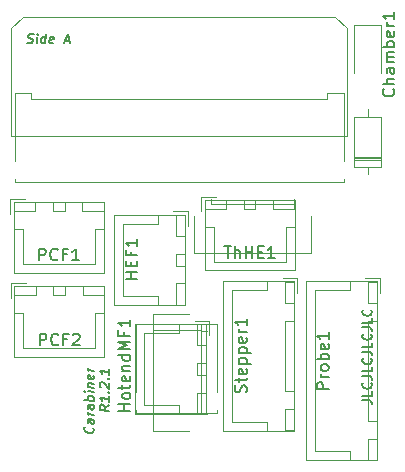
<source format=gbr>
G04 #@! TF.GenerationSoftware,KiCad,Pcbnew,(6.0.7)*
G04 #@! TF.CreationDate,2022-09-29T20:41:47+02:00*
G04 #@! TF.ProjectId,carabiner,63617261-6269-46e6-9572-2e6b69636164,rev?*
G04 #@! TF.SameCoordinates,Original*
G04 #@! TF.FileFunction,Legend,Top*
G04 #@! TF.FilePolarity,Positive*
%FSLAX46Y46*%
G04 Gerber Fmt 4.6, Leading zero omitted, Abs format (unit mm)*
G04 Created by KiCad (PCBNEW (6.0.7)) date 2022-09-29 20:41:47*
%MOMM*%
%LPD*%
G01*
G04 APERTURE LIST*
%ADD10C,0.150000*%
%ADD11C,0.120000*%
G04 APERTURE END LIST*
D10*
X52277595Y-35733809D02*
X52387119Y-35771904D01*
X52577595Y-35771904D01*
X52658547Y-35733809D01*
X52701404Y-35695714D01*
X52749023Y-35619523D01*
X52758547Y-35543333D01*
X52729976Y-35467142D01*
X52696642Y-35429047D01*
X52625214Y-35390952D01*
X52477595Y-35352857D01*
X52406166Y-35314761D01*
X52372833Y-35276666D01*
X52344261Y-35200476D01*
X52353785Y-35124285D01*
X52401404Y-35048095D01*
X52444261Y-35010000D01*
X52525214Y-34971904D01*
X52715690Y-34971904D01*
X52825214Y-35010000D01*
X53072833Y-35771904D02*
X53139500Y-35238571D01*
X53172833Y-34971904D02*
X53129976Y-35010000D01*
X53163309Y-35048095D01*
X53206166Y-35010000D01*
X53172833Y-34971904D01*
X53163309Y-35048095D01*
X53796642Y-35771904D02*
X53896642Y-34971904D01*
X53801404Y-35733809D02*
X53720452Y-35771904D01*
X53568071Y-35771904D01*
X53496642Y-35733809D01*
X53463309Y-35695714D01*
X53434738Y-35619523D01*
X53463309Y-35390952D01*
X53510928Y-35314761D01*
X53553785Y-35276666D01*
X53634738Y-35238571D01*
X53787119Y-35238571D01*
X53858547Y-35276666D01*
X54487119Y-35733809D02*
X54406166Y-35771904D01*
X54253785Y-35771904D01*
X54182357Y-35733809D01*
X54153785Y-35657619D01*
X54191880Y-35352857D01*
X54239500Y-35276666D01*
X54320452Y-35238571D01*
X54472833Y-35238571D01*
X54544261Y-35276666D01*
X54572833Y-35352857D01*
X54563309Y-35429047D01*
X54172833Y-35505238D01*
X55463309Y-35543333D02*
X55844261Y-35543333D01*
X55358547Y-35771904D02*
X55725214Y-34971904D01*
X55891880Y-35771904D01*
X80661904Y-65995238D02*
X81233333Y-65995238D01*
X81347619Y-66033333D01*
X81423809Y-66109523D01*
X81461904Y-66223809D01*
X81461904Y-66300000D01*
X81461904Y-65233333D02*
X81461904Y-65614285D01*
X80661904Y-65614285D01*
X81385714Y-64509523D02*
X81423809Y-64547619D01*
X81461904Y-64661904D01*
X81461904Y-64738095D01*
X81423809Y-64852380D01*
X81347619Y-64928571D01*
X81271428Y-64966666D01*
X81119047Y-65004761D01*
X81004761Y-65004761D01*
X80852380Y-64966666D01*
X80776190Y-64928571D01*
X80700000Y-64852380D01*
X80661904Y-64738095D01*
X80661904Y-64661904D01*
X80700000Y-64547619D01*
X80738095Y-64509523D01*
X80661904Y-63938095D02*
X81233333Y-63938095D01*
X81347619Y-63976190D01*
X81423809Y-64052380D01*
X81461904Y-64166666D01*
X81461904Y-64242857D01*
X81461904Y-63176190D02*
X81461904Y-63557142D01*
X80661904Y-63557142D01*
X81385714Y-62452380D02*
X81423809Y-62490476D01*
X81461904Y-62604761D01*
X81461904Y-62680952D01*
X81423809Y-62795238D01*
X81347619Y-62871428D01*
X81271428Y-62909523D01*
X81119047Y-62947619D01*
X81004761Y-62947619D01*
X80852380Y-62909523D01*
X80776190Y-62871428D01*
X80700000Y-62795238D01*
X80661904Y-62680952D01*
X80661904Y-62604761D01*
X80700000Y-62490476D01*
X80738095Y-62452380D01*
X80661904Y-61880952D02*
X81233333Y-61880952D01*
X81347619Y-61919047D01*
X81423809Y-61995238D01*
X81461904Y-62109523D01*
X81461904Y-62185714D01*
X81461904Y-61119047D02*
X81461904Y-61500000D01*
X80661904Y-61500000D01*
X81385714Y-60395238D02*
X81423809Y-60433333D01*
X81461904Y-60547619D01*
X81461904Y-60623809D01*
X81423809Y-60738095D01*
X81347619Y-60814285D01*
X81271428Y-60852380D01*
X81119047Y-60890476D01*
X81004761Y-60890476D01*
X80852380Y-60852380D01*
X80776190Y-60814285D01*
X80700000Y-60738095D01*
X80661904Y-60623809D01*
X80661904Y-60547619D01*
X80700000Y-60433333D01*
X80738095Y-60395238D01*
X80661904Y-59823809D02*
X81233333Y-59823809D01*
X81347619Y-59861904D01*
X81423809Y-59938095D01*
X81461904Y-60052380D01*
X81461904Y-60128571D01*
X81461904Y-59061904D02*
X81461904Y-59442857D01*
X80661904Y-59442857D01*
X81385714Y-58338095D02*
X81423809Y-58376190D01*
X81461904Y-58490476D01*
X81461904Y-58566666D01*
X81423809Y-58680952D01*
X81347619Y-58757142D01*
X81271428Y-58795238D01*
X81119047Y-58833333D01*
X81004761Y-58833333D01*
X80852380Y-58795238D01*
X80776190Y-58757142D01*
X80700000Y-58680952D01*
X80661904Y-58566666D01*
X80661904Y-58490476D01*
X80700000Y-58376190D01*
X80738095Y-58338095D01*
X57841714Y-68318976D02*
X57879809Y-68361833D01*
X57917904Y-68480880D01*
X57917904Y-68557071D01*
X57879809Y-68666595D01*
X57803619Y-68733261D01*
X57727428Y-68761833D01*
X57575047Y-68780880D01*
X57460761Y-68766595D01*
X57308380Y-68709452D01*
X57232190Y-68661833D01*
X57156000Y-68576119D01*
X57117904Y-68457071D01*
X57117904Y-68380880D01*
X57156000Y-68271357D01*
X57194095Y-68238023D01*
X57917904Y-67642785D02*
X57498857Y-67590404D01*
X57422666Y-67618976D01*
X57384571Y-67690404D01*
X57384571Y-67842785D01*
X57422666Y-67923738D01*
X57879809Y-67638023D02*
X57917904Y-67718976D01*
X57917904Y-67909452D01*
X57879809Y-67980880D01*
X57803619Y-68009452D01*
X57727428Y-67999928D01*
X57651238Y-67952309D01*
X57613142Y-67871357D01*
X57613142Y-67680880D01*
X57575047Y-67599928D01*
X57917904Y-67261833D02*
X57384571Y-67195166D01*
X57536952Y-67214214D02*
X57460761Y-67166595D01*
X57422666Y-67123738D01*
X57384571Y-67042785D01*
X57384571Y-66966595D01*
X57917904Y-66423738D02*
X57498857Y-66371357D01*
X57422666Y-66399928D01*
X57384571Y-66471357D01*
X57384571Y-66623738D01*
X57422666Y-66704690D01*
X57879809Y-66418976D02*
X57917904Y-66499928D01*
X57917904Y-66690404D01*
X57879809Y-66761833D01*
X57803619Y-66790404D01*
X57727428Y-66780880D01*
X57651238Y-66733261D01*
X57613142Y-66652309D01*
X57613142Y-66461833D01*
X57575047Y-66380880D01*
X57917904Y-66042785D02*
X57117904Y-65942785D01*
X57422666Y-65980880D02*
X57384571Y-65899928D01*
X57384571Y-65747547D01*
X57422666Y-65676119D01*
X57460761Y-65642785D01*
X57536952Y-65614214D01*
X57765523Y-65642785D01*
X57841714Y-65690404D01*
X57879809Y-65733261D01*
X57917904Y-65814214D01*
X57917904Y-65966595D01*
X57879809Y-66038023D01*
X57917904Y-65318976D02*
X57384571Y-65252309D01*
X57117904Y-65218976D02*
X57156000Y-65261833D01*
X57194095Y-65228500D01*
X57156000Y-65185642D01*
X57117904Y-65218976D01*
X57194095Y-65228500D01*
X57384571Y-64871357D02*
X57917904Y-64938023D01*
X57460761Y-64880880D02*
X57422666Y-64838023D01*
X57384571Y-64757071D01*
X57384571Y-64642785D01*
X57422666Y-64571357D01*
X57498857Y-64542785D01*
X57917904Y-64595166D01*
X57879809Y-63904690D02*
X57917904Y-63985642D01*
X57917904Y-64138023D01*
X57879809Y-64209452D01*
X57803619Y-64238023D01*
X57498857Y-64199928D01*
X57422666Y-64152309D01*
X57384571Y-64071357D01*
X57384571Y-63918976D01*
X57422666Y-63847547D01*
X57498857Y-63818976D01*
X57575047Y-63828500D01*
X57651238Y-64218976D01*
X57917904Y-63528500D02*
X57384571Y-63461833D01*
X57536952Y-63480880D02*
X57460761Y-63433261D01*
X57422666Y-63390404D01*
X57384571Y-63309452D01*
X57384571Y-63233261D01*
X59205904Y-66423738D02*
X58824952Y-66642785D01*
X59205904Y-66880880D02*
X58405904Y-66780880D01*
X58405904Y-66476119D01*
X58444000Y-66404690D01*
X58482095Y-66371357D01*
X58558285Y-66342785D01*
X58672571Y-66357071D01*
X58748761Y-66404690D01*
X58786857Y-66447547D01*
X58824952Y-66528500D01*
X58824952Y-66833261D01*
X59205904Y-65661833D02*
X59205904Y-66118976D01*
X59205904Y-65890404D02*
X58405904Y-65790404D01*
X58520190Y-65880880D01*
X58596380Y-65966595D01*
X58634476Y-66047547D01*
X59129714Y-65309452D02*
X59167809Y-65276119D01*
X59205904Y-65318976D01*
X59167809Y-65352309D01*
X59129714Y-65309452D01*
X59205904Y-65318976D01*
X58482095Y-64885642D02*
X58444000Y-64842785D01*
X58405904Y-64761833D01*
X58405904Y-64571357D01*
X58444000Y-64499928D01*
X58482095Y-64466595D01*
X58558285Y-64438023D01*
X58634476Y-64447547D01*
X58748761Y-64499928D01*
X59205904Y-65014214D01*
X59205904Y-64518976D01*
X59129714Y-64166595D02*
X59167809Y-64133261D01*
X59205904Y-64176119D01*
X59167809Y-64209452D01*
X59129714Y-64166595D01*
X59205904Y-64176119D01*
X59205904Y-63376119D02*
X59205904Y-63833261D01*
X59205904Y-63604690D02*
X58405904Y-63504690D01*
X58520190Y-63595166D01*
X58596380Y-63680880D01*
X58634476Y-63761833D01*
X61002380Y-66883333D02*
X60002380Y-66883333D01*
X60478571Y-66883333D02*
X60478571Y-66311904D01*
X61002380Y-66311904D02*
X60002380Y-66311904D01*
X61002380Y-65692857D02*
X60954761Y-65788095D01*
X60907142Y-65835714D01*
X60811904Y-65883333D01*
X60526190Y-65883333D01*
X60430952Y-65835714D01*
X60383333Y-65788095D01*
X60335714Y-65692857D01*
X60335714Y-65549999D01*
X60383333Y-65454761D01*
X60430952Y-65407142D01*
X60526190Y-65359523D01*
X60811904Y-65359523D01*
X60907142Y-65407142D01*
X60954761Y-65454761D01*
X61002380Y-65549999D01*
X61002380Y-65692857D01*
X60335714Y-65073809D02*
X60335714Y-64692857D01*
X60002380Y-64930952D02*
X60859523Y-64930952D01*
X60954761Y-64883333D01*
X61002380Y-64788095D01*
X61002380Y-64692857D01*
X60954761Y-63978571D02*
X61002380Y-64073809D01*
X61002380Y-64264285D01*
X60954761Y-64359523D01*
X60859523Y-64407142D01*
X60478571Y-64407142D01*
X60383333Y-64359523D01*
X60335714Y-64264285D01*
X60335714Y-64073809D01*
X60383333Y-63978571D01*
X60478571Y-63930952D01*
X60573809Y-63930952D01*
X60669047Y-64407142D01*
X60335714Y-63502380D02*
X61002380Y-63502380D01*
X60430952Y-63502380D02*
X60383333Y-63454761D01*
X60335714Y-63359523D01*
X60335714Y-63216666D01*
X60383333Y-63121428D01*
X60478571Y-63073809D01*
X61002380Y-63073809D01*
X61002380Y-62169047D02*
X60002380Y-62169047D01*
X60954761Y-62169047D02*
X61002380Y-62264285D01*
X61002380Y-62454761D01*
X60954761Y-62550000D01*
X60907142Y-62597619D01*
X60811904Y-62645238D01*
X60526190Y-62645238D01*
X60430952Y-62597619D01*
X60383333Y-62550000D01*
X60335714Y-62454761D01*
X60335714Y-62264285D01*
X60383333Y-62169047D01*
X61002380Y-61692857D02*
X60002380Y-61692857D01*
X60716666Y-61359523D01*
X60002380Y-61026190D01*
X61002380Y-61026190D01*
X60478571Y-60216666D02*
X60478571Y-60550000D01*
X61002380Y-60550000D02*
X60002380Y-60550000D01*
X60002380Y-60073809D01*
X61002380Y-59169047D02*
X61002380Y-59740476D01*
X61002380Y-59454761D02*
X60002380Y-59454761D01*
X60145238Y-59550000D01*
X60240476Y-59645238D01*
X60288095Y-59740476D01*
X61602380Y-55692857D02*
X60602380Y-55692857D01*
X61078571Y-55692857D02*
X61078571Y-55121428D01*
X61602380Y-55121428D02*
X60602380Y-55121428D01*
X61078571Y-54645238D02*
X61078571Y-54311904D01*
X61602380Y-54169047D02*
X61602380Y-54645238D01*
X60602380Y-54645238D01*
X60602380Y-54169047D01*
X61078571Y-53407142D02*
X61078571Y-53740476D01*
X61602380Y-53740476D02*
X60602380Y-53740476D01*
X60602380Y-53264285D01*
X61602380Y-52359523D02*
X61602380Y-52930952D01*
X61602380Y-52645238D02*
X60602380Y-52645238D01*
X60745238Y-52740476D01*
X60840476Y-52835714D01*
X60888095Y-52930952D01*
X53283333Y-54152380D02*
X53283333Y-53152380D01*
X53664285Y-53152380D01*
X53759523Y-53200000D01*
X53807142Y-53247619D01*
X53854761Y-53342857D01*
X53854761Y-53485714D01*
X53807142Y-53580952D01*
X53759523Y-53628571D01*
X53664285Y-53676190D01*
X53283333Y-53676190D01*
X54854761Y-54057142D02*
X54807142Y-54104761D01*
X54664285Y-54152380D01*
X54569047Y-54152380D01*
X54426190Y-54104761D01*
X54330952Y-54009523D01*
X54283333Y-53914285D01*
X54235714Y-53723809D01*
X54235714Y-53580952D01*
X54283333Y-53390476D01*
X54330952Y-53295238D01*
X54426190Y-53200000D01*
X54569047Y-53152380D01*
X54664285Y-53152380D01*
X54807142Y-53200000D01*
X54854761Y-53247619D01*
X55616666Y-53628571D02*
X55283333Y-53628571D01*
X55283333Y-54152380D02*
X55283333Y-53152380D01*
X55759523Y-53152380D01*
X56664285Y-54152380D02*
X56092857Y-54152380D01*
X56378571Y-54152380D02*
X56378571Y-53152380D01*
X56283333Y-53295238D01*
X56188095Y-53390476D01*
X56092857Y-53438095D01*
X53333333Y-61352380D02*
X53333333Y-60352380D01*
X53714285Y-60352380D01*
X53809523Y-60400000D01*
X53857142Y-60447619D01*
X53904761Y-60542857D01*
X53904761Y-60685714D01*
X53857142Y-60780952D01*
X53809523Y-60828571D01*
X53714285Y-60876190D01*
X53333333Y-60876190D01*
X54904761Y-61257142D02*
X54857142Y-61304761D01*
X54714285Y-61352380D01*
X54619047Y-61352380D01*
X54476190Y-61304761D01*
X54380952Y-61209523D01*
X54333333Y-61114285D01*
X54285714Y-60923809D01*
X54285714Y-60780952D01*
X54333333Y-60590476D01*
X54380952Y-60495238D01*
X54476190Y-60400000D01*
X54619047Y-60352380D01*
X54714285Y-60352380D01*
X54857142Y-60400000D01*
X54904761Y-60447619D01*
X55666666Y-60828571D02*
X55333333Y-60828571D01*
X55333333Y-61352380D02*
X55333333Y-60352380D01*
X55809523Y-60352380D01*
X56142857Y-60447619D02*
X56190476Y-60400000D01*
X56285714Y-60352380D01*
X56523809Y-60352380D01*
X56619047Y-60400000D01*
X56666666Y-60447619D01*
X56714285Y-60542857D01*
X56714285Y-60638095D01*
X56666666Y-60780952D01*
X56095238Y-61352380D01*
X56714285Y-61352380D01*
X77792380Y-65060952D02*
X76792380Y-65060952D01*
X76792380Y-64680000D01*
X76840000Y-64584761D01*
X76887619Y-64537142D01*
X76982857Y-64489523D01*
X77125714Y-64489523D01*
X77220952Y-64537142D01*
X77268571Y-64584761D01*
X77316190Y-64680000D01*
X77316190Y-65060952D01*
X77792380Y-64060952D02*
X77125714Y-64060952D01*
X77316190Y-64060952D02*
X77220952Y-64013333D01*
X77173333Y-63965714D01*
X77125714Y-63870476D01*
X77125714Y-63775238D01*
X77792380Y-63299047D02*
X77744761Y-63394285D01*
X77697142Y-63441904D01*
X77601904Y-63489523D01*
X77316190Y-63489523D01*
X77220952Y-63441904D01*
X77173333Y-63394285D01*
X77125714Y-63299047D01*
X77125714Y-63156190D01*
X77173333Y-63060952D01*
X77220952Y-63013333D01*
X77316190Y-62965714D01*
X77601904Y-62965714D01*
X77697142Y-63013333D01*
X77744761Y-63060952D01*
X77792380Y-63156190D01*
X77792380Y-63299047D01*
X77792380Y-62537142D02*
X76792380Y-62537142D01*
X77173333Y-62537142D02*
X77125714Y-62441904D01*
X77125714Y-62251428D01*
X77173333Y-62156190D01*
X77220952Y-62108571D01*
X77316190Y-62060952D01*
X77601904Y-62060952D01*
X77697142Y-62108571D01*
X77744761Y-62156190D01*
X77792380Y-62251428D01*
X77792380Y-62441904D01*
X77744761Y-62537142D01*
X77744761Y-61251428D02*
X77792380Y-61346666D01*
X77792380Y-61537142D01*
X77744761Y-61632380D01*
X77649523Y-61680000D01*
X77268571Y-61680000D01*
X77173333Y-61632380D01*
X77125714Y-61537142D01*
X77125714Y-61346666D01*
X77173333Y-61251428D01*
X77268571Y-61203809D01*
X77363809Y-61203809D01*
X77459047Y-61680000D01*
X77792380Y-60251428D02*
X77792380Y-60822857D01*
X77792380Y-60537142D02*
X76792380Y-60537142D01*
X76935238Y-60632380D01*
X77030476Y-60727619D01*
X77078095Y-60822857D01*
X70804761Y-65319047D02*
X70852380Y-65176190D01*
X70852380Y-64938095D01*
X70804761Y-64842857D01*
X70757142Y-64795238D01*
X70661904Y-64747619D01*
X70566666Y-64747619D01*
X70471428Y-64795238D01*
X70423809Y-64842857D01*
X70376190Y-64938095D01*
X70328571Y-65128571D01*
X70280952Y-65223809D01*
X70233333Y-65271428D01*
X70138095Y-65319047D01*
X70042857Y-65319047D01*
X69947619Y-65271428D01*
X69900000Y-65223809D01*
X69852380Y-65128571D01*
X69852380Y-64890476D01*
X69900000Y-64747619D01*
X70185714Y-64461904D02*
X70185714Y-64080952D01*
X69852380Y-64319047D02*
X70709523Y-64319047D01*
X70804761Y-64271428D01*
X70852380Y-64176190D01*
X70852380Y-64080952D01*
X70804761Y-63366666D02*
X70852380Y-63461904D01*
X70852380Y-63652380D01*
X70804761Y-63747619D01*
X70709523Y-63795238D01*
X70328571Y-63795238D01*
X70233333Y-63747619D01*
X70185714Y-63652380D01*
X70185714Y-63461904D01*
X70233333Y-63366666D01*
X70328571Y-63319047D01*
X70423809Y-63319047D01*
X70519047Y-63795238D01*
X70185714Y-62890476D02*
X71185714Y-62890476D01*
X70233333Y-62890476D02*
X70185714Y-62795238D01*
X70185714Y-62604761D01*
X70233333Y-62509523D01*
X70280952Y-62461904D01*
X70376190Y-62414285D01*
X70661904Y-62414285D01*
X70757142Y-62461904D01*
X70804761Y-62509523D01*
X70852380Y-62604761D01*
X70852380Y-62795238D01*
X70804761Y-62890476D01*
X70185714Y-61985714D02*
X71185714Y-61985714D01*
X70233333Y-61985714D02*
X70185714Y-61890476D01*
X70185714Y-61700000D01*
X70233333Y-61604761D01*
X70280952Y-61557142D01*
X70376190Y-61509523D01*
X70661904Y-61509523D01*
X70757142Y-61557142D01*
X70804761Y-61604761D01*
X70852380Y-61700000D01*
X70852380Y-61890476D01*
X70804761Y-61985714D01*
X70804761Y-60700000D02*
X70852380Y-60795238D01*
X70852380Y-60985714D01*
X70804761Y-61080952D01*
X70709523Y-61128571D01*
X70328571Y-61128571D01*
X70233333Y-61080952D01*
X70185714Y-60985714D01*
X70185714Y-60795238D01*
X70233333Y-60700000D01*
X70328571Y-60652380D01*
X70423809Y-60652380D01*
X70519047Y-61128571D01*
X70852380Y-60223809D02*
X70185714Y-60223809D01*
X70376190Y-60223809D02*
X70280952Y-60176190D01*
X70233333Y-60128571D01*
X70185714Y-60033333D01*
X70185714Y-59938095D01*
X70852380Y-59080952D02*
X70852380Y-59652380D01*
X70852380Y-59366666D02*
X69852380Y-59366666D01*
X69995238Y-59461904D01*
X70090476Y-59557142D01*
X70138095Y-59652380D01*
X68959523Y-52952380D02*
X69530952Y-52952380D01*
X69245238Y-53952380D02*
X69245238Y-52952380D01*
X69864285Y-53952380D02*
X69864285Y-52952380D01*
X70292857Y-53952380D02*
X70292857Y-53428571D01*
X70245238Y-53333333D01*
X70150000Y-53285714D01*
X70007142Y-53285714D01*
X69911904Y-53333333D01*
X69864285Y-53380952D01*
X70769047Y-53952380D02*
X70769047Y-52952380D01*
X70769047Y-53428571D02*
X71340476Y-53428571D01*
X71340476Y-53952380D02*
X71340476Y-52952380D01*
X71816666Y-53428571D02*
X72150000Y-53428571D01*
X72292857Y-53952380D02*
X71816666Y-53952380D01*
X71816666Y-52952380D01*
X72292857Y-52952380D01*
X73245238Y-53952380D02*
X72673809Y-53952380D01*
X72959523Y-53952380D02*
X72959523Y-52952380D01*
X72864285Y-53095238D01*
X72769047Y-53190476D01*
X72673809Y-53238095D01*
X83277142Y-39628571D02*
X83324761Y-39676190D01*
X83372380Y-39819047D01*
X83372380Y-39914285D01*
X83324761Y-40057142D01*
X83229523Y-40152380D01*
X83134285Y-40200000D01*
X82943809Y-40247619D01*
X82800952Y-40247619D01*
X82610476Y-40200000D01*
X82515238Y-40152380D01*
X82420000Y-40057142D01*
X82372380Y-39914285D01*
X82372380Y-39819047D01*
X82420000Y-39676190D01*
X82467619Y-39628571D01*
X83372380Y-39200000D02*
X82372380Y-39200000D01*
X83372380Y-38771428D02*
X82848571Y-38771428D01*
X82753333Y-38819047D01*
X82705714Y-38914285D01*
X82705714Y-39057142D01*
X82753333Y-39152380D01*
X82800952Y-39200000D01*
X83372380Y-37866666D02*
X82848571Y-37866666D01*
X82753333Y-37914285D01*
X82705714Y-38009523D01*
X82705714Y-38200000D01*
X82753333Y-38295238D01*
X83324761Y-37866666D02*
X83372380Y-37961904D01*
X83372380Y-38200000D01*
X83324761Y-38295238D01*
X83229523Y-38342857D01*
X83134285Y-38342857D01*
X83039047Y-38295238D01*
X82991428Y-38200000D01*
X82991428Y-37961904D01*
X82943809Y-37866666D01*
X83372380Y-37390476D02*
X82705714Y-37390476D01*
X82800952Y-37390476D02*
X82753333Y-37342857D01*
X82705714Y-37247619D01*
X82705714Y-37104761D01*
X82753333Y-37009523D01*
X82848571Y-36961904D01*
X83372380Y-36961904D01*
X82848571Y-36961904D02*
X82753333Y-36914285D01*
X82705714Y-36819047D01*
X82705714Y-36676190D01*
X82753333Y-36580952D01*
X82848571Y-36533333D01*
X83372380Y-36533333D01*
X83372380Y-36057142D02*
X82372380Y-36057142D01*
X82753333Y-36057142D02*
X82705714Y-35961904D01*
X82705714Y-35771428D01*
X82753333Y-35676190D01*
X82800952Y-35628571D01*
X82896190Y-35580952D01*
X83181904Y-35580952D01*
X83277142Y-35628571D01*
X83324761Y-35676190D01*
X83372380Y-35771428D01*
X83372380Y-35961904D01*
X83324761Y-36057142D01*
X83324761Y-34771428D02*
X83372380Y-34866666D01*
X83372380Y-35057142D01*
X83324761Y-35152380D01*
X83229523Y-35200000D01*
X82848571Y-35200000D01*
X82753333Y-35152380D01*
X82705714Y-35057142D01*
X82705714Y-34866666D01*
X82753333Y-34771428D01*
X82848571Y-34723809D01*
X82943809Y-34723809D01*
X83039047Y-35200000D01*
X83372380Y-34295238D02*
X82705714Y-34295238D01*
X82896190Y-34295238D02*
X82800952Y-34247619D01*
X82753333Y-34200000D01*
X82705714Y-34104761D01*
X82705714Y-34009523D01*
X83372380Y-33152380D02*
X83372380Y-33723809D01*
X83372380Y-33438095D02*
X82372380Y-33438095D01*
X82515238Y-33533333D01*
X82610476Y-33628571D01*
X82658095Y-33723809D01*
D11*
X79980000Y-45510000D02*
X82220000Y-45510000D01*
X79980000Y-41990000D02*
X79980000Y-46230000D01*
X81100000Y-41340000D02*
X81100000Y-41990000D01*
X79980000Y-45390000D02*
X82220000Y-45390000D01*
X79980000Y-45630000D02*
X82220000Y-45630000D01*
X79980000Y-46230000D02*
X82220000Y-46230000D01*
X82220000Y-46230000D02*
X82220000Y-41990000D01*
X81100000Y-46880000D02*
X81100000Y-46230000D01*
X82220000Y-41990000D02*
X79980000Y-41990000D01*
X66015000Y-58715000D02*
X62940000Y-58715000D01*
X62940000Y-58715000D02*
X62940000Y-68585000D01*
X67030000Y-67165000D02*
X67530000Y-67165000D01*
X62940000Y-68585000D02*
X66015000Y-68585000D01*
X67530000Y-60135000D02*
X67030000Y-60135000D01*
X67530000Y-67165000D02*
X67530000Y-67145000D01*
X67030000Y-60135000D02*
X67030000Y-67165000D01*
X67530000Y-60155000D02*
X67530000Y-60135000D01*
X64850000Y-50300000D02*
X64850000Y-52100000D01*
X64850000Y-54600000D02*
X65600000Y-54600000D01*
X63350000Y-50300000D02*
X63350000Y-51050000D01*
X65610000Y-57910000D02*
X65610000Y-50290000D01*
X65610000Y-50290000D02*
X59640000Y-50290000D01*
X59640000Y-50290000D02*
X59640000Y-57910000D01*
X60400000Y-51050000D02*
X60400000Y-54100000D01*
X64850000Y-53600000D02*
X64850000Y-54600000D01*
X65600000Y-54600000D02*
X65600000Y-53600000D01*
X65600000Y-56100000D02*
X64850000Y-56100000D01*
X63350000Y-57150000D02*
X60400000Y-57150000D01*
X65600000Y-52100000D02*
X65600000Y-50300000D01*
X63350000Y-51050000D02*
X60400000Y-51050000D01*
X64850000Y-57900000D02*
X65600000Y-57900000D01*
X60400000Y-57150000D02*
X60400000Y-54100000D01*
X59640000Y-57910000D02*
X65610000Y-57910000D01*
X65600000Y-53600000D02*
X64850000Y-53600000D01*
X64850000Y-56100000D02*
X64850000Y-57900000D01*
X65600000Y-57900000D02*
X65600000Y-56100000D01*
X65600000Y-50300000D02*
X64850000Y-50300000D01*
X63350000Y-57900000D02*
X63350000Y-57150000D01*
X64850000Y-52100000D02*
X65600000Y-52100000D01*
X65900000Y-51250000D02*
X65900000Y-50000000D01*
X65900000Y-50000000D02*
X64650000Y-50000000D01*
X79315000Y-43650000D02*
X50945000Y-43650000D01*
X51945000Y-33520000D02*
X78315000Y-33520000D01*
X78315000Y-33520000D02*
X79315000Y-34520000D01*
X79315000Y-34520000D02*
X79315000Y-43650000D01*
X50945000Y-34520000D02*
X51945000Y-33520000D01*
X50945000Y-43650000D02*
X50945000Y-34520000D01*
X58760000Y-55210000D02*
X58760000Y-49240000D01*
X51150000Y-51500000D02*
X51900000Y-51500000D01*
X51900000Y-51500000D02*
X51900000Y-54450000D01*
X52950000Y-49250000D02*
X51150000Y-49250000D01*
X56950000Y-49250000D02*
X56950000Y-50000000D01*
X55450000Y-50000000D02*
X55450000Y-49250000D01*
X52950000Y-50000000D02*
X52950000Y-49250000D01*
X58760000Y-49240000D02*
X51140000Y-49240000D01*
X51150000Y-49250000D02*
X51150000Y-50000000D01*
X51900000Y-54450000D02*
X54950000Y-54450000D01*
X58750000Y-50000000D02*
X58750000Y-49250000D01*
X56950000Y-50000000D02*
X58750000Y-50000000D01*
X58000000Y-51500000D02*
X58000000Y-54450000D01*
X54450000Y-50000000D02*
X55450000Y-50000000D01*
X55450000Y-49250000D02*
X54450000Y-49250000D01*
X51140000Y-49240000D02*
X51140000Y-55210000D01*
X51150000Y-50000000D02*
X52950000Y-50000000D01*
X51140000Y-55210000D02*
X58760000Y-55210000D01*
X52100000Y-48950000D02*
X50850000Y-48950000D01*
X58750000Y-49250000D02*
X56950000Y-49250000D01*
X54450000Y-49250000D02*
X54450000Y-50000000D01*
X50850000Y-48950000D02*
X50850000Y-50200000D01*
X58000000Y-54450000D02*
X54950000Y-54450000D01*
X58750000Y-51500000D02*
X58000000Y-51500000D01*
X58800000Y-57100000D02*
X58800000Y-56350000D01*
X53000000Y-56350000D02*
X51200000Y-56350000D01*
X51950000Y-58600000D02*
X51950000Y-61550000D01*
X53000000Y-57100000D02*
X53000000Y-56350000D01*
X55500000Y-57100000D02*
X55500000Y-56350000D01*
X58810000Y-56340000D02*
X51190000Y-56340000D01*
X58800000Y-56350000D02*
X57000000Y-56350000D01*
X51190000Y-62310000D02*
X58810000Y-62310000D01*
X54500000Y-57100000D02*
X55500000Y-57100000D01*
X54500000Y-56350000D02*
X54500000Y-57100000D01*
X58800000Y-58600000D02*
X58050000Y-58600000D01*
X51200000Y-58600000D02*
X51950000Y-58600000D01*
X55500000Y-56350000D02*
X54500000Y-56350000D01*
X52150000Y-56050000D02*
X50900000Y-56050000D01*
X50900000Y-56050000D02*
X50900000Y-57300000D01*
X58050000Y-58600000D02*
X58050000Y-61550000D01*
X51950000Y-61550000D02*
X55000000Y-61550000D01*
X57000000Y-57100000D02*
X58800000Y-57100000D01*
X51200000Y-56350000D02*
X51200000Y-57100000D01*
X58810000Y-62310000D02*
X58810000Y-56340000D01*
X51200000Y-57100000D02*
X53000000Y-57100000D01*
X57000000Y-56350000D02*
X57000000Y-57100000D01*
X51190000Y-56340000D02*
X51190000Y-62310000D01*
X58050000Y-61550000D02*
X55000000Y-61550000D01*
X82150000Y-55650000D02*
X80900000Y-55650000D01*
X75890000Y-55940000D02*
X75890000Y-71060000D01*
X81100000Y-71050000D02*
X81850000Y-71050000D01*
X81860000Y-71060000D02*
X81860000Y-55940000D01*
X81850000Y-67750000D02*
X81850000Y-59250000D01*
X81100000Y-67750000D02*
X81850000Y-67750000D01*
X81100000Y-57750000D02*
X81850000Y-57750000D01*
X81100000Y-69250000D02*
X81100000Y-71050000D01*
X81850000Y-57750000D02*
X81850000Y-55950000D01*
X81850000Y-59250000D02*
X81100000Y-59250000D01*
X81850000Y-55950000D02*
X81100000Y-55950000D01*
X79600000Y-56700000D02*
X76650000Y-56700000D01*
X81100000Y-59250000D02*
X81100000Y-67750000D01*
X76650000Y-56700000D02*
X76650000Y-63500000D01*
X79600000Y-71050000D02*
X79600000Y-70300000D01*
X81850000Y-71050000D02*
X81850000Y-69250000D01*
X79600000Y-55950000D02*
X79600000Y-56700000D01*
X81860000Y-55940000D02*
X75890000Y-55940000D01*
X82150000Y-56900000D02*
X82150000Y-55650000D01*
X76650000Y-70300000D02*
X76650000Y-63500000D01*
X79600000Y-70300000D02*
X76650000Y-70300000D01*
X81850000Y-69250000D02*
X81100000Y-69250000D01*
X75890000Y-71060000D02*
X81860000Y-71060000D01*
X81100000Y-55950000D02*
X81100000Y-57750000D01*
X72600000Y-67800000D02*
X69650000Y-67800000D01*
X74860000Y-68560000D02*
X74860000Y-55940000D01*
X69650000Y-56700000D02*
X69650000Y-62250000D01*
X74100000Y-65250000D02*
X74850000Y-65250000D01*
X74850000Y-65250000D02*
X74850000Y-59250000D01*
X75150000Y-55650000D02*
X73900000Y-55650000D01*
X74100000Y-59250000D02*
X74100000Y-65250000D01*
X75150000Y-56900000D02*
X75150000Y-55650000D01*
X74850000Y-66750000D02*
X74100000Y-66750000D01*
X74100000Y-55950000D02*
X74100000Y-57750000D01*
X74850000Y-59250000D02*
X74100000Y-59250000D01*
X69650000Y-67800000D02*
X69650000Y-62250000D01*
X72600000Y-55950000D02*
X72600000Y-56700000D01*
X68890000Y-68560000D02*
X74860000Y-68560000D01*
X72600000Y-68550000D02*
X72600000Y-67800000D01*
X74850000Y-55950000D02*
X74100000Y-55950000D01*
X74860000Y-55940000D02*
X68890000Y-55940000D01*
X74850000Y-68550000D02*
X74850000Y-66750000D01*
X74100000Y-66750000D02*
X74100000Y-68550000D01*
X74850000Y-57750000D02*
X74850000Y-55950000D01*
X74100000Y-57750000D02*
X74850000Y-57750000D01*
X74100000Y-68550000D02*
X74850000Y-68550000D01*
X68890000Y-55940000D02*
X68890000Y-68560000D01*
X72600000Y-56700000D02*
X69650000Y-56700000D01*
X68050000Y-51300000D02*
X68050000Y-54250000D01*
X67300000Y-49050000D02*
X67300000Y-49800000D01*
X68050000Y-54250000D02*
X71100000Y-54250000D01*
X67300000Y-51300000D02*
X68050000Y-51300000D01*
X67290000Y-55010000D02*
X74910000Y-55010000D01*
X73100000Y-49050000D02*
X73100000Y-49800000D01*
X74910000Y-49040000D02*
X67290000Y-49040000D01*
X74150000Y-51300000D02*
X74150000Y-54250000D01*
X73100000Y-49800000D02*
X74900000Y-49800000D01*
X70600000Y-49050000D02*
X70600000Y-49800000D01*
X67290000Y-49040000D02*
X67290000Y-55010000D01*
X70600000Y-49800000D02*
X71600000Y-49800000D01*
X74910000Y-55010000D02*
X74910000Y-49040000D01*
X67000000Y-48750000D02*
X67000000Y-50000000D01*
X67300000Y-49800000D02*
X69100000Y-49800000D01*
X74900000Y-49050000D02*
X73100000Y-49050000D01*
X68250000Y-48750000D02*
X67000000Y-48750000D01*
X71600000Y-49050000D02*
X70600000Y-49050000D01*
X69100000Y-49800000D02*
X69100000Y-49050000D01*
X74900000Y-49800000D02*
X74900000Y-49050000D01*
X71600000Y-49800000D02*
X71600000Y-49050000D01*
X69100000Y-49050000D02*
X67300000Y-49050000D01*
X74150000Y-54250000D02*
X71100000Y-54250000D01*
X74900000Y-51300000D02*
X74150000Y-51300000D01*
X82235000Y-34240000D02*
X79965000Y-34240000D01*
X82235000Y-38300000D02*
X82235000Y-34240000D01*
X79965000Y-34240000D02*
X79965000Y-38300000D01*
X62200000Y-66400000D02*
X62200000Y-63350000D01*
X67700000Y-59250000D02*
X66450000Y-59250000D01*
X67400000Y-67150000D02*
X67400000Y-65350000D01*
X66650000Y-62850000D02*
X66650000Y-63850000D01*
X62200000Y-60300000D02*
X62200000Y-63350000D01*
X67410000Y-67160000D02*
X67410000Y-59540000D01*
X65150000Y-59550000D02*
X65150000Y-60300000D01*
X67400000Y-59550000D02*
X66650000Y-59550000D01*
X61440000Y-59540000D02*
X61440000Y-67160000D01*
X66650000Y-63850000D02*
X67400000Y-63850000D01*
X67400000Y-65350000D02*
X66650000Y-65350000D01*
X65150000Y-66400000D02*
X62200000Y-66400000D01*
X66650000Y-65350000D02*
X66650000Y-67150000D01*
X67700000Y-60500000D02*
X67700000Y-59250000D01*
X66650000Y-59550000D02*
X66650000Y-61350000D01*
X65150000Y-60300000D02*
X62200000Y-60300000D01*
X67400000Y-62850000D02*
X66650000Y-62850000D01*
X66650000Y-67150000D02*
X67400000Y-67150000D01*
X61440000Y-67160000D02*
X67410000Y-67160000D01*
X67400000Y-63850000D02*
X67400000Y-62850000D01*
X66650000Y-61350000D02*
X67400000Y-61350000D01*
X67400000Y-61350000D02*
X67400000Y-59550000D01*
X67410000Y-59540000D02*
X61440000Y-59540000D01*
X65150000Y-67150000D02*
X65150000Y-66400000D01*
X51215000Y-39970000D02*
X52635000Y-39970000D01*
X77665000Y-39970000D02*
X79085000Y-39970000D01*
X51215000Y-45730000D02*
X51215000Y-39970000D01*
X52635000Y-39970000D02*
X52635000Y-40470000D01*
X51215000Y-47250000D02*
X51215000Y-47560000D01*
X52635000Y-40470000D02*
X77665000Y-40470000D01*
X51215000Y-47560000D02*
X79085000Y-47560000D01*
X79085000Y-39970000D02*
X79085000Y-45730000D01*
X79085000Y-47560000D02*
X79085000Y-47250000D01*
X77665000Y-40470000D02*
X77665000Y-39970000D01*
X74865000Y-48920000D02*
X74845000Y-48920000D01*
X67835000Y-49420000D02*
X74865000Y-49420000D01*
X67835000Y-48920000D02*
X67835000Y-49420000D01*
X67855000Y-48920000D02*
X67835000Y-48920000D01*
X66415000Y-53510000D02*
X76285000Y-53510000D01*
X76285000Y-53510000D02*
X76285000Y-50435000D01*
X66415000Y-50435000D02*
X66415000Y-53510000D01*
X74865000Y-49420000D02*
X74865000Y-48920000D01*
X79315000Y-43650000D02*
X79315000Y-39825000D01*
X50945000Y-34520000D02*
X51945000Y-33520000D01*
X79315000Y-34520000D02*
X79315000Y-36635000D01*
X50945000Y-39825000D02*
X50945000Y-43650000D01*
X50945000Y-43650000D02*
X79315000Y-43650000D01*
X51945000Y-33520000D02*
X78315000Y-33520000D01*
X50945000Y-36635000D02*
X50945000Y-34520000D01*
X78315000Y-33520000D02*
X79315000Y-34520000D01*
X61515000Y-59520000D02*
X62935000Y-59520000D01*
X68385000Y-59520000D02*
X68385000Y-65280000D01*
X61515000Y-65280000D02*
X61515000Y-59520000D01*
X66965000Y-60020000D02*
X66965000Y-59520000D01*
X62935000Y-60020000D02*
X66965000Y-60020000D01*
X68385000Y-67110000D02*
X68385000Y-66800000D01*
X61515000Y-67110000D02*
X68385000Y-67110000D01*
X61515000Y-66800000D02*
X61515000Y-67110000D01*
X62935000Y-59520000D02*
X62935000Y-60020000D01*
X66965000Y-59520000D02*
X68385000Y-59520000D01*
M02*

</source>
